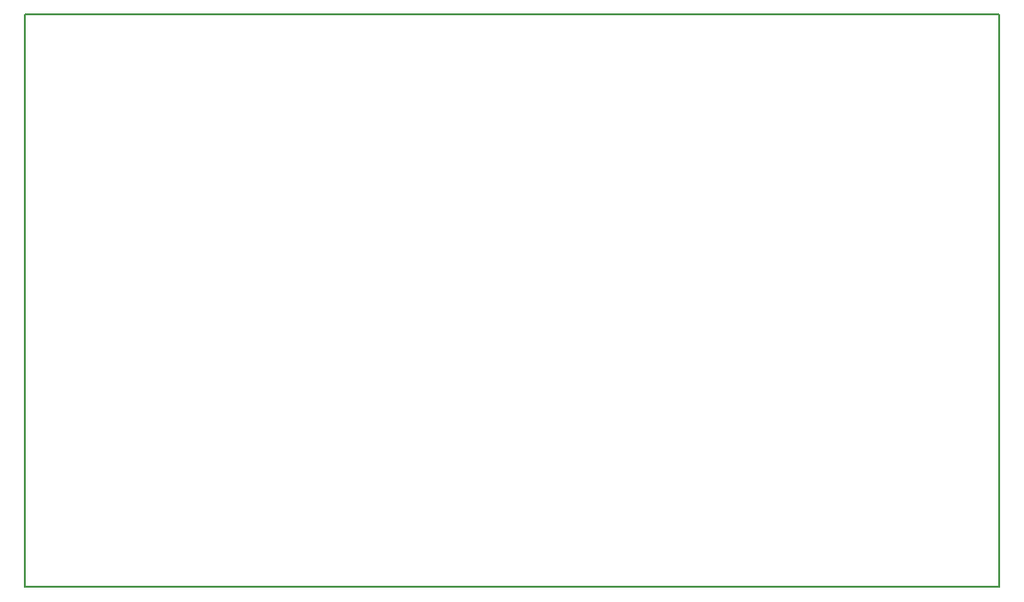
<source format=gbr>
%FSLAX35Y35*%
%MOIN*%
G04 EasyPC Gerber Version 18.0.9 Build 3640 *
%ADD11C,0.00500*%
X0Y0D02*
D02*
D11*
X340250Y250D02*
X250D01*
Y200250*
X340250*
Y250*
X0Y0D02*
M02*

</source>
